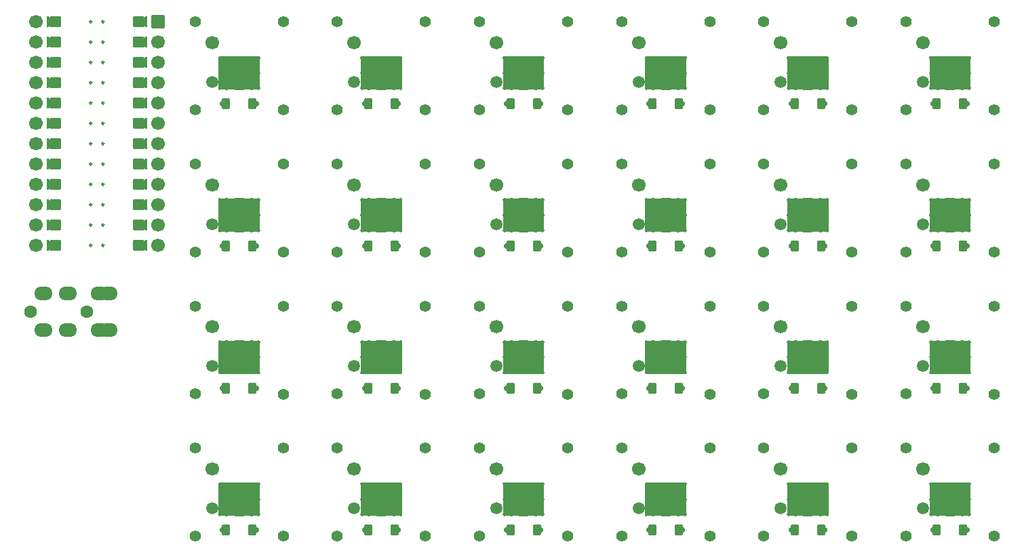
<source format=gbr>
%TF.GenerationSoftware,KiCad,Pcbnew,(6.0.10)*%
%TF.CreationDate,2023-01-29T20:47:48-05:00*%
%TF.ProjectId,shortstack,73686f72-7473-4746-9163-6b2e6b696361,v1.0.0*%
%TF.SameCoordinates,Original*%
%TF.FileFunction,Soldermask,Bot*%
%TF.FilePolarity,Negative*%
%FSLAX46Y46*%
G04 Gerber Fmt 4.6, Leading zero omitted, Abs format (unit mm)*
G04 Created by KiCad (PCBNEW (6.0.10)) date 2023-01-29 20:47:48*
%MOMM*%
%LPD*%
G01*
G04 APERTURE LIST*
G04 Aperture macros list*
%AMRoundRect*
0 Rectangle with rounded corners*
0 $1 Rounding radius*
0 $2 $3 $4 $5 $6 $7 $8 $9 X,Y pos of 4 corners*
0 Add a 4 corners polygon primitive as box body*
4,1,4,$2,$3,$4,$5,$6,$7,$8,$9,$2,$3,0*
0 Add four circle primitives for the rounded corners*
1,1,$1+$1,$2,$3*
1,1,$1+$1,$4,$5*
1,1,$1+$1,$6,$7*
1,1,$1+$1,$8,$9*
0 Add four rect primitives between the rounded corners*
20,1,$1+$1,$2,$3,$4,$5,0*
20,1,$1+$1,$4,$5,$6,$7,0*
20,1,$1+$1,$6,$7,$8,$9,0*
20,1,$1+$1,$8,$9,$2,$3,0*%
%AMFreePoly0*
4,1,14,0.635355,0.435355,0.650000,0.400000,0.650000,0.200000,0.635355,0.164645,0.035355,-0.435355,0.000000,-0.450000,-0.035355,-0.435355,-0.635355,0.164645,-0.650000,0.200000,-0.650000,0.400000,-0.635355,0.435355,-0.600000,0.450000,0.600000,0.450000,0.635355,0.435355,0.635355,0.435355,$1*%
%AMFreePoly1*
4,1,16,0.635355,1.035355,0.650000,1.000000,0.650000,-0.250000,0.635355,-0.285355,0.600000,-0.300000,-0.600000,-0.300000,-0.635355,-0.285355,-0.650000,-0.250000,-0.650000,1.000000,-0.635355,1.035355,-0.600000,1.050000,-0.564645,1.035355,0.000000,0.470710,0.564645,1.035355,0.600000,1.050000,0.635355,1.035355,0.635355,1.035355,$1*%
G04 Aperture macros list end*
%ADD10C,0.250000*%
%ADD11C,0.100000*%
%ADD12O,5.200000X0.400000*%
%ADD13O,2.100000X4.200000*%
%ADD14O,0.400000X4.200000*%
%ADD15C,1.400000*%
%ADD16O,5.200000X4.200000*%
%ADD17C,1.700000*%
%ADD18C,1.500000*%
%ADD19C,1.600000*%
%ADD20O,2.300000X1.700000*%
%ADD21FreePoly0,90.000000*%
%ADD22FreePoly0,270.000000*%
%ADD23RoundRect,0.050000X-0.800000X0.800000X-0.800000X-0.800000X0.800000X-0.800000X0.800000X0.800000X0*%
%ADD24FreePoly1,90.000000*%
%ADD25FreePoly1,270.000000*%
%ADD26C,0.700000*%
%ADD27RoundRect,0.050000X-0.450000X-0.600000X0.450000X-0.600000X0.450000X0.600000X-0.450000X0.600000X0*%
G04 APERTURE END LIST*
D10*
%TO.C,U1*%
X-18416965Y35924420D02*
G75*
G03*
X-18416965Y35924420I-125000J0D01*
G01*
X-18416965Y33384420D02*
G75*
G03*
X-18416965Y33384420I-125000J0D01*
G01*
X-16892965Y58784420D02*
G75*
G03*
X-16892965Y58784420I-125000J0D01*
G01*
X-18416965Y38464420D02*
G75*
G03*
X-18416965Y38464420I-125000J0D01*
G01*
X-16892965Y53704420D02*
G75*
G03*
X-16892965Y53704420I-125000J0D01*
G01*
X-18416965Y53704420D02*
G75*
G03*
X-18416965Y53704420I-125000J0D01*
G01*
X-16892965Y38464420D02*
G75*
G03*
X-16892965Y38464420I-125000J0D01*
G01*
X-16892965Y46084420D02*
G75*
G03*
X-16892965Y46084420I-125000J0D01*
G01*
X-16892965Y51164420D02*
G75*
G03*
X-16892965Y51164420I-125000J0D01*
G01*
X-18416965Y46084420D02*
G75*
G03*
X-18416965Y46084420I-125000J0D01*
G01*
X-16892965Y48624420D02*
G75*
G03*
X-16892965Y48624420I-125000J0D01*
G01*
X-18416965Y43544420D02*
G75*
G03*
X-18416965Y43544420I-125000J0D01*
G01*
X-18416965Y48624420D02*
G75*
G03*
X-18416965Y48624420I-125000J0D01*
G01*
X-18416965Y51164420D02*
G75*
G03*
X-18416965Y51164420I-125000J0D01*
G01*
X-16892965Y56244420D02*
G75*
G03*
X-16892965Y56244420I-125000J0D01*
G01*
X-18416965Y58784420D02*
G75*
G03*
X-18416965Y58784420I-125000J0D01*
G01*
X-16892965Y33384420D02*
G75*
G03*
X-16892965Y33384420I-125000J0D01*
G01*
X-18416965Y41004420D02*
G75*
G03*
X-18416965Y41004420I-125000J0D01*
G01*
X-16892965Y41004420D02*
G75*
G03*
X-16892965Y41004420I-125000J0D01*
G01*
X-18416965Y56244420D02*
G75*
G03*
X-18416965Y56244420I-125000J0D01*
G01*
X-16892965Y35924420D02*
G75*
G03*
X-16892965Y35924420I-125000J0D01*
G01*
X-18416965Y30844420D02*
G75*
G03*
X-18416965Y30844420I-125000J0D01*
G01*
X-16892965Y43544420D02*
G75*
G03*
X-16892965Y43544420I-125000J0D01*
G01*
X-16892965Y30844420D02*
G75*
G03*
X-16892965Y30844420I-125000J0D01*
G01*
G36*
X-11683965Y45576420D02*
G01*
X-12699965Y45576420D01*
X-12699965Y46592420D01*
X-11683965Y46592420D01*
X-11683965Y45576420D01*
G37*
D11*
X-11683965Y45576420D02*
X-12699965Y45576420D01*
X-12699965Y46592420D01*
X-11683965Y46592420D01*
X-11683965Y45576420D01*
G36*
X-22859965Y30336420D02*
G01*
X-23875965Y30336420D01*
X-23875965Y31352420D01*
X-22859965Y31352420D01*
X-22859965Y30336420D01*
G37*
X-22859965Y30336420D02*
X-23875965Y30336420D01*
X-23875965Y31352420D01*
X-22859965Y31352420D01*
X-22859965Y30336420D01*
G36*
X-22859965Y40496420D02*
G01*
X-23875965Y40496420D01*
X-23875965Y41512420D01*
X-22859965Y41512420D01*
X-22859965Y40496420D01*
G37*
X-22859965Y40496420D02*
X-23875965Y40496420D01*
X-23875965Y41512420D01*
X-22859965Y41512420D01*
X-22859965Y40496420D01*
G36*
X-22859965Y48116420D02*
G01*
X-23875965Y48116420D01*
X-23875965Y49132420D01*
X-22859965Y49132420D01*
X-22859965Y48116420D01*
G37*
X-22859965Y48116420D02*
X-23875965Y48116420D01*
X-23875965Y49132420D01*
X-22859965Y49132420D01*
X-22859965Y48116420D01*
G36*
X-11683965Y35416420D02*
G01*
X-12699965Y35416420D01*
X-12699965Y36432420D01*
X-11683965Y36432420D01*
X-11683965Y35416420D01*
G37*
X-11683965Y35416420D02*
X-12699965Y35416420D01*
X-12699965Y36432420D01*
X-11683965Y36432420D01*
X-11683965Y35416420D01*
G36*
X-11683965Y50656420D02*
G01*
X-12699965Y50656420D01*
X-12699965Y51672420D01*
X-11683965Y51672420D01*
X-11683965Y50656420D01*
G37*
X-11683965Y50656420D02*
X-12699965Y50656420D01*
X-12699965Y51672420D01*
X-11683965Y51672420D01*
X-11683965Y50656420D01*
G36*
X-11683965Y43036420D02*
G01*
X-12699965Y43036420D01*
X-12699965Y44052420D01*
X-11683965Y44052420D01*
X-11683965Y43036420D01*
G37*
X-11683965Y43036420D02*
X-12699965Y43036420D01*
X-12699965Y44052420D01*
X-11683965Y44052420D01*
X-11683965Y43036420D01*
G36*
X-11683965Y37956420D02*
G01*
X-12699965Y37956420D01*
X-12699965Y38972420D01*
X-11683965Y38972420D01*
X-11683965Y37956420D01*
G37*
X-11683965Y37956420D02*
X-12699965Y37956420D01*
X-12699965Y38972420D01*
X-11683965Y38972420D01*
X-11683965Y37956420D01*
G36*
X-11683965Y48116420D02*
G01*
X-12699965Y48116420D01*
X-12699965Y49132420D01*
X-11683965Y49132420D01*
X-11683965Y48116420D01*
G37*
X-11683965Y48116420D02*
X-12699965Y48116420D01*
X-12699965Y49132420D01*
X-11683965Y49132420D01*
X-11683965Y48116420D01*
G36*
X-22859965Y32876420D02*
G01*
X-23875965Y32876420D01*
X-23875965Y33892420D01*
X-22859965Y33892420D01*
X-22859965Y32876420D01*
G37*
X-22859965Y32876420D02*
X-23875965Y32876420D01*
X-23875965Y33892420D01*
X-22859965Y33892420D01*
X-22859965Y32876420D01*
G36*
X-11683965Y53196420D02*
G01*
X-12699965Y53196420D01*
X-12699965Y54212420D01*
X-11683965Y54212420D01*
X-11683965Y53196420D01*
G37*
X-11683965Y53196420D02*
X-12699965Y53196420D01*
X-12699965Y54212420D01*
X-11683965Y54212420D01*
X-11683965Y53196420D01*
G36*
X-11683965Y55736420D02*
G01*
X-12699965Y55736420D01*
X-12699965Y56752420D01*
X-11683965Y56752420D01*
X-11683965Y55736420D01*
G37*
X-11683965Y55736420D02*
X-12699965Y55736420D01*
X-12699965Y56752420D01*
X-11683965Y56752420D01*
X-11683965Y55736420D01*
G36*
X-11683965Y30336420D02*
G01*
X-12699965Y30336420D01*
X-12699965Y31352420D01*
X-11683965Y31352420D01*
X-11683965Y30336420D01*
G37*
X-11683965Y30336420D02*
X-12699965Y30336420D01*
X-12699965Y31352420D01*
X-11683965Y31352420D01*
X-11683965Y30336420D01*
G36*
X-22859965Y53196420D02*
G01*
X-23875965Y53196420D01*
X-23875965Y54212420D01*
X-22859965Y54212420D01*
X-22859965Y53196420D01*
G37*
X-22859965Y53196420D02*
X-23875965Y53196420D01*
X-23875965Y54212420D01*
X-22859965Y54212420D01*
X-22859965Y53196420D01*
G36*
X-22859965Y37956420D02*
G01*
X-23875965Y37956420D01*
X-23875965Y38972420D01*
X-22859965Y38972420D01*
X-22859965Y37956420D01*
G37*
X-22859965Y37956420D02*
X-23875965Y37956420D01*
X-23875965Y38972420D01*
X-22859965Y38972420D01*
X-22859965Y37956420D01*
G36*
X-22859965Y50656420D02*
G01*
X-23875965Y50656420D01*
X-23875965Y51672420D01*
X-22859965Y51672420D01*
X-22859965Y50656420D01*
G37*
X-22859965Y50656420D02*
X-23875965Y50656420D01*
X-23875965Y51672420D01*
X-22859965Y51672420D01*
X-22859965Y50656420D01*
G36*
X-22859965Y45576420D02*
G01*
X-23875965Y45576420D01*
X-23875965Y46592420D01*
X-22859965Y46592420D01*
X-22859965Y45576420D01*
G37*
X-22859965Y45576420D02*
X-23875965Y45576420D01*
X-23875965Y46592420D01*
X-22859965Y46592420D01*
X-22859965Y45576420D01*
G36*
X-11683965Y40496420D02*
G01*
X-12699965Y40496420D01*
X-12699965Y41512420D01*
X-11683965Y41512420D01*
X-11683965Y40496420D01*
G37*
X-11683965Y40496420D02*
X-12699965Y40496420D01*
X-12699965Y41512420D01*
X-11683965Y41512420D01*
X-11683965Y40496420D01*
G36*
X-22859965Y43036420D02*
G01*
X-23875965Y43036420D01*
X-23875965Y44052420D01*
X-22859965Y44052420D01*
X-22859965Y43036420D01*
G37*
X-22859965Y43036420D02*
X-23875965Y43036420D01*
X-23875965Y44052420D01*
X-22859965Y44052420D01*
X-22859965Y43036420D01*
G36*
X-22859965Y58276420D02*
G01*
X-23875965Y58276420D01*
X-23875965Y59292420D01*
X-22859965Y59292420D01*
X-22859965Y58276420D01*
G37*
X-22859965Y58276420D02*
X-23875965Y58276420D01*
X-23875965Y59292420D01*
X-22859965Y59292420D01*
X-22859965Y58276420D01*
G36*
X-22859965Y35416420D02*
G01*
X-23875965Y35416420D01*
X-23875965Y36432420D01*
X-22859965Y36432420D01*
X-22859965Y35416420D01*
G37*
X-22859965Y35416420D02*
X-23875965Y35416420D01*
X-23875965Y36432420D01*
X-22859965Y36432420D01*
X-22859965Y35416420D01*
G36*
X-11683965Y58276420D02*
G01*
X-12699965Y58276420D01*
X-12699965Y59292420D01*
X-11683965Y59292420D01*
X-11683965Y58276420D01*
G37*
X-11683965Y58276420D02*
X-12699965Y58276420D01*
X-12699965Y59292420D01*
X-11683965Y59292420D01*
X-11683965Y58276420D01*
G36*
X-11683965Y32876420D02*
G01*
X-12699965Y32876420D01*
X-12699965Y33892420D01*
X-11683965Y33892420D01*
X-11683965Y32876420D01*
G37*
X-11683965Y32876420D02*
X-12699965Y32876420D01*
X-12699965Y33892420D01*
X-11683965Y33892420D01*
X-11683965Y32876420D01*
G36*
X-22859965Y55736420D02*
G01*
X-23875965Y55736420D01*
X-23875965Y56752420D01*
X-22859965Y56752420D01*
X-22859965Y55736420D01*
G37*
X-22859965Y55736420D02*
X-23875965Y55736420D01*
X-23875965Y56752420D01*
X-22859965Y56752420D01*
X-22859965Y55736420D01*
%TD*%
D12*
%TO.C,SW9*%
X35500000Y999836D03*
D13*
X37050000Y-900164D03*
D14*
X37900000Y-900164D03*
X37900000Y-912500D03*
D12*
X35500000Y-2800164D03*
D14*
X33100000Y-912500D03*
D12*
X35500000Y-2812500D03*
D15*
X29999992Y5487664D03*
D13*
X37050000Y-912500D03*
D15*
X41000008Y5500000D03*
D16*
X35500000Y-900164D03*
D15*
X30000008Y-5500000D03*
D12*
X35500000Y987500D03*
D16*
X35500000Y-912500D03*
D13*
X33950000Y-900164D03*
D14*
X33100000Y-900164D03*
D13*
X33950000Y-912500D03*
D15*
X40999992Y-5512336D03*
D17*
X32099992Y2887664D03*
D18*
X32099992Y-2012336D03*
%TD*%
D14*
%TO.C,SW17*%
X68600000Y-912500D03*
D12*
X71000000Y987500D03*
D13*
X69450000Y-912500D03*
D15*
X65500008Y-5500000D03*
X76499992Y-5512336D03*
X76500008Y5500000D03*
D13*
X69450000Y-900164D03*
D14*
X73400000Y-912500D03*
D12*
X71000000Y-2800164D03*
X71000000Y999836D03*
D15*
X65499992Y5487664D03*
D16*
X71000000Y-900164D03*
D14*
X73400000Y-900164D03*
D13*
X72550000Y-900164D03*
D16*
X71000000Y-912500D03*
D12*
X71000000Y-2812500D03*
D13*
X72550000Y-912500D03*
D14*
X68600000Y-900164D03*
D17*
X67599992Y2887664D03*
D18*
X67599992Y-2012336D03*
%TD*%
D14*
%TO.C,SW24*%
X91150000Y52349836D03*
D13*
X90300000Y52337500D03*
D15*
X83250008Y47750000D03*
D12*
X88750000Y50437500D03*
D13*
X87200000Y52349836D03*
D16*
X88750000Y52337500D03*
D15*
X94250008Y58750000D03*
D12*
X88750000Y54237500D03*
D14*
X86350000Y52349836D03*
X91150000Y52337500D03*
D12*
X88750000Y54249836D03*
D16*
X88750000Y52349836D03*
D13*
X87200000Y52337500D03*
D15*
X83249992Y58737664D03*
X94249992Y47737664D03*
D14*
X86350000Y52337500D03*
D13*
X90300000Y52349836D03*
D12*
X88750000Y50449836D03*
D17*
X85349992Y56137664D03*
D18*
X85349992Y51237664D03*
%TD*%
D13*
%TO.C,SW3*%
X-1550000Y34587500D03*
D15*
X-5499992Y30000000D03*
X-5500008Y40987664D03*
D13*
X1550000Y34599836D03*
D14*
X2400000Y34587500D03*
D12*
X0Y36499836D03*
X0Y36487500D03*
D14*
X-2400000Y34599836D03*
D16*
X0Y34587500D03*
D12*
X0Y32699836D03*
D15*
X5500008Y41000000D03*
D13*
X-1550000Y34599836D03*
D16*
X0Y34599836D03*
D12*
X0Y32687500D03*
D15*
X5499992Y29987664D03*
D13*
X1550000Y34587500D03*
D14*
X2400000Y34599836D03*
X-2400000Y34587500D03*
D17*
X-3400008Y38387664D03*
D18*
X-3400008Y33487664D03*
%TD*%
D13*
%TO.C,SW4*%
X1550000Y52337500D03*
D15*
X-5499992Y47750000D03*
X5500008Y58750000D03*
D16*
X0Y52337500D03*
D12*
X0Y50449836D03*
D16*
X0Y52349836D03*
D12*
X0Y50437500D03*
X0Y54237500D03*
D13*
X1550000Y52349836D03*
D14*
X2400000Y52349836D03*
D15*
X5499992Y47737664D03*
D12*
X0Y54249836D03*
D13*
X-1550000Y52337500D03*
D14*
X-2400000Y52349836D03*
X-2400000Y52337500D03*
X2400000Y52337500D03*
D15*
X-5500008Y58737664D03*
D13*
X-1550000Y52349836D03*
D17*
X-3400008Y56137664D03*
D18*
X-3400008Y51237664D03*
%TD*%
D12*
%TO.C,SW21*%
X88750000Y999836D03*
D15*
X83249992Y5487664D03*
X83250008Y-5500000D03*
D13*
X90300000Y-912500D03*
D14*
X91150000Y-900164D03*
D15*
X94249992Y-5512336D03*
D16*
X88750000Y-912500D03*
D13*
X87200000Y-900164D03*
D12*
X88750000Y-2812500D03*
D16*
X88750000Y-900164D03*
D15*
X94250008Y5500000D03*
D12*
X88750000Y987500D03*
D13*
X90300000Y-900164D03*
X87200000Y-912500D03*
D14*
X91150000Y-912500D03*
X86350000Y-912500D03*
D12*
X88750000Y-2800164D03*
D14*
X86350000Y-900164D03*
D17*
X85349992Y2887664D03*
D18*
X85349992Y-2012336D03*
%TD*%
D14*
%TO.C,SW6*%
X20150000Y16837500D03*
D16*
X17750000Y16849836D03*
D12*
X17750000Y14937500D03*
D15*
X12249992Y23237664D03*
D14*
X20150000Y16849836D03*
D16*
X17750000Y16837500D03*
D15*
X23249992Y12237664D03*
D14*
X15350000Y16837500D03*
X15350000Y16849836D03*
D13*
X19300000Y16837500D03*
D12*
X17750000Y14949836D03*
D15*
X12250008Y12250000D03*
D12*
X17750000Y18749836D03*
X17750000Y18737500D03*
D15*
X23250008Y23250000D03*
D13*
X16200000Y16837500D03*
X19300000Y16849836D03*
X16200000Y16849836D03*
D17*
X14349992Y20637664D03*
D18*
X14349992Y15737664D03*
%TD*%
D19*
%TO.C,J1*%
X-19018891Y22530274D03*
X-26018891Y22530274D03*
D20*
X-16318891Y20230274D03*
X-16318891Y24830274D03*
X-17418891Y24830274D03*
X-17418891Y20230274D03*
X-21418891Y24830274D03*
X-21418891Y20230274D03*
X-24418891Y24830274D03*
X-24418891Y20230274D03*
%TD*%
D12*
%TO.C,SW16*%
X53250000Y54237500D03*
X53250000Y54249836D03*
D14*
X50850000Y52337500D03*
D13*
X51700000Y52349836D03*
D16*
X53250000Y52349836D03*
D12*
X53250000Y50449836D03*
D15*
X47749992Y58737664D03*
D13*
X54800000Y52337500D03*
D16*
X53250000Y52337500D03*
D13*
X54800000Y52349836D03*
D14*
X55650000Y52349836D03*
D15*
X47750008Y47750000D03*
D14*
X50850000Y52349836D03*
D13*
X51700000Y52337500D03*
D15*
X58750008Y58750000D03*
D12*
X53250000Y50437500D03*
D14*
X55650000Y52337500D03*
D15*
X58749992Y47737664D03*
D17*
X49849992Y56137664D03*
D18*
X49849992Y51237664D03*
%TD*%
D15*
%TO.C,SW19*%
X65499992Y40987664D03*
D12*
X71000000Y36499836D03*
D16*
X71000000Y34599836D03*
D15*
X65500008Y30000000D03*
D14*
X73400000Y34587500D03*
X73400000Y34599836D03*
D15*
X76500008Y41000000D03*
D13*
X72550000Y34587500D03*
D14*
X68600000Y34599836D03*
D15*
X76499992Y29987664D03*
D12*
X71000000Y36487500D03*
D16*
X71000000Y34587500D03*
D14*
X68600000Y34587500D03*
D12*
X71000000Y32699836D03*
D13*
X69450000Y34587500D03*
X72550000Y34599836D03*
X69450000Y34599836D03*
D12*
X71000000Y32687500D03*
D17*
X67599992Y38387664D03*
D18*
X67599992Y33487664D03*
%TD*%
D14*
%TO.C,SW20*%
X68600000Y52349836D03*
D12*
X71000000Y50449836D03*
D15*
X65500008Y47750000D03*
D12*
X71000000Y54249836D03*
D14*
X73400000Y52337500D03*
D13*
X69450000Y52337500D03*
D12*
X71000000Y50437500D03*
D15*
X76500008Y58750000D03*
X76499992Y47737664D03*
D13*
X72550000Y52349836D03*
D12*
X71000000Y54237500D03*
D16*
X71000000Y52349836D03*
D14*
X68600000Y52337500D03*
D15*
X65499992Y58737664D03*
D13*
X72550000Y52337500D03*
D16*
X71000000Y52337500D03*
D13*
X69450000Y52349836D03*
D14*
X73400000Y52349836D03*
D17*
X67599992Y56137664D03*
D18*
X67599992Y51237664D03*
%TD*%
D16*
%TO.C,SW11*%
X35500000Y34599836D03*
D12*
X35500000Y32687500D03*
X35500000Y36499836D03*
D13*
X37050000Y34587500D03*
D12*
X35500000Y32699836D03*
D14*
X33100000Y34587500D03*
D13*
X33950000Y34587500D03*
X37050000Y34599836D03*
D15*
X29999992Y40987664D03*
X30000008Y30000000D03*
D14*
X33100000Y34599836D03*
D15*
X41000008Y41000000D03*
D14*
X37900000Y34599836D03*
D12*
X35500000Y36487500D03*
D15*
X40999992Y29987664D03*
D13*
X33950000Y34599836D03*
D14*
X37900000Y34587500D03*
D16*
X35500000Y34587500D03*
D17*
X32099992Y38387664D03*
D18*
X32099992Y33487664D03*
%TD*%
D12*
%TO.C,SW18*%
X71000000Y18737500D03*
D13*
X72550000Y16849836D03*
D12*
X71000000Y18749836D03*
D14*
X73400000Y16837500D03*
X68600000Y16849836D03*
D13*
X69450000Y16837500D03*
D14*
X68600000Y16837500D03*
D16*
X71000000Y16837500D03*
D12*
X71000000Y14949836D03*
D13*
X72550000Y16837500D03*
D16*
X71000000Y16849836D03*
D15*
X76500008Y23250000D03*
X76499992Y12237664D03*
D14*
X73400000Y16849836D03*
D15*
X65499992Y23237664D03*
X65500008Y12250000D03*
D13*
X69450000Y16849836D03*
D12*
X71000000Y14937500D03*
D17*
X67599992Y20637664D03*
D18*
X67599992Y15737664D03*
%TD*%
D21*
%TO.C,U1*%
X-23621965Y43544420D03*
D17*
X-10159965Y53704420D03*
D22*
X-11937965Y46084420D03*
X-11937965Y30844420D03*
X-11937965Y56244420D03*
X-11937965Y53704420D03*
D21*
X-23621965Y35924420D03*
D17*
X-25399965Y53704420D03*
X-25399965Y30844420D03*
X-10159965Y58784420D03*
D21*
X-23621965Y41004420D03*
D17*
X-25399965Y51164420D03*
X-25399965Y43544420D03*
D22*
X-11937965Y35924420D03*
D17*
X-10159965Y48624420D03*
X-10159965Y56244420D03*
X-25399965Y46084420D03*
D21*
X-23621965Y46084420D03*
D22*
X-11937965Y33384420D03*
D21*
X-23621965Y33384420D03*
X-23621965Y56244420D03*
X-23621965Y30844420D03*
X-23621965Y51164420D03*
D17*
X-10159965Y30844420D03*
X-25399965Y38464420D03*
D21*
X-23621965Y58784420D03*
X-23621965Y53704420D03*
D23*
X-10159965Y58784420D03*
D17*
X-10159965Y43544420D03*
X-25399965Y56244420D03*
D22*
X-11937965Y48624420D03*
X-11937965Y38464420D03*
X-11937965Y43544420D03*
D17*
X-10159965Y35924420D03*
D22*
X-11937965Y41004420D03*
D17*
X-25399965Y33384420D03*
X-10159965Y51164420D03*
X-25399965Y48624420D03*
X-25399965Y35924420D03*
X-10159965Y33384420D03*
D22*
X-11937965Y58784420D03*
D21*
X-23621965Y38464420D03*
D17*
X-25399965Y41004420D03*
X-10159965Y41004420D03*
X-10159965Y38464420D03*
X-10159965Y46084420D03*
D22*
X-11937965Y51164420D03*
D21*
X-23621965Y48624420D03*
D17*
X-25399965Y58784420D03*
D24*
X-22605965Y58784420D03*
X-22605965Y56244420D03*
X-22605965Y53704420D03*
X-22605965Y51164420D03*
X-22605965Y48624420D03*
X-22605965Y46084420D03*
X-22605965Y43544420D03*
X-22605965Y41004420D03*
X-22605965Y38464420D03*
X-22605965Y35924420D03*
X-22605965Y33384420D03*
X-22605965Y30844420D03*
D25*
X-12953965Y30844420D03*
X-12953965Y33384420D03*
X-12953965Y35924420D03*
X-12953965Y38464420D03*
X-12953965Y41004420D03*
X-12953965Y43544420D03*
X-12953965Y46084420D03*
X-12953965Y48624420D03*
X-12953965Y51164420D03*
X-12953965Y53704420D03*
X-12953965Y56244420D03*
X-12953965Y58784420D03*
%TD*%
D15*
%TO.C,SW14*%
X47750008Y12250000D03*
D16*
X53250000Y16837500D03*
D14*
X55650000Y16837500D03*
D15*
X58750008Y23250000D03*
X47749992Y23237664D03*
D12*
X53250000Y18749836D03*
D14*
X55650000Y16849836D03*
D13*
X51700000Y16849836D03*
D12*
X53250000Y18737500D03*
D14*
X50850000Y16837500D03*
X50850000Y16849836D03*
D16*
X53250000Y16849836D03*
D12*
X53250000Y14949836D03*
D13*
X51700000Y16837500D03*
X54800000Y16849836D03*
X54800000Y16837500D03*
D12*
X53250000Y14937500D03*
D15*
X58749992Y12237664D03*
D17*
X49849992Y20637664D03*
D18*
X49849992Y15737664D03*
%TD*%
D14*
%TO.C,SW10*%
X33100000Y16837500D03*
D12*
X35500000Y18737500D03*
D15*
X41000008Y23250000D03*
X29999992Y23237664D03*
X30000008Y12250000D03*
D13*
X37050000Y16849836D03*
X33950000Y16837500D03*
D14*
X37900000Y16837500D03*
D13*
X33950000Y16849836D03*
D15*
X40999992Y12237664D03*
D14*
X33100000Y16849836D03*
D12*
X35500000Y18749836D03*
D16*
X35500000Y16849836D03*
D13*
X37050000Y16837500D03*
D12*
X35500000Y14949836D03*
X35500000Y14937500D03*
D16*
X35500000Y16837500D03*
D14*
X37900000Y16849836D03*
D17*
X32099992Y20637664D03*
D18*
X32099992Y15737664D03*
%TD*%
D14*
%TO.C,SW22*%
X86350000Y16849836D03*
D12*
X88750000Y18749836D03*
D15*
X94249992Y12237664D03*
D16*
X88750000Y16837500D03*
D15*
X94250008Y23250000D03*
D14*
X91150000Y16837500D03*
D15*
X83249992Y23237664D03*
D13*
X87200000Y16849836D03*
D14*
X86350000Y16837500D03*
D13*
X87200000Y16837500D03*
D12*
X88750000Y14937500D03*
D15*
X83250008Y12250000D03*
D12*
X88750000Y18737500D03*
D14*
X91150000Y16849836D03*
D13*
X90300000Y16849836D03*
D16*
X88750000Y16849836D03*
D12*
X88750000Y14949836D03*
D13*
X90300000Y16837500D03*
D17*
X85349992Y20637664D03*
D18*
X85349992Y15737664D03*
%TD*%
D13*
%TO.C,SW13*%
X51700000Y-900164D03*
D15*
X58749992Y-5512336D03*
D14*
X50850000Y-900164D03*
D12*
X53250000Y-2800164D03*
D15*
X47749992Y5487664D03*
D14*
X55650000Y-912500D03*
X50850000Y-912500D03*
D15*
X58750008Y5500000D03*
D12*
X53250000Y-2812500D03*
D15*
X47750008Y-5500000D03*
D14*
X55650000Y-900164D03*
D16*
X53250000Y-912500D03*
X53250000Y-900164D03*
D13*
X51700000Y-912500D03*
D12*
X53250000Y999836D03*
D13*
X54800000Y-900164D03*
D12*
X53250000Y987500D03*
D13*
X54800000Y-912500D03*
D17*
X49849992Y2887664D03*
D18*
X49849992Y-2012336D03*
%TD*%
D13*
%TO.C,SW12*%
X37050000Y52337500D03*
D15*
X30000008Y47750000D03*
D12*
X35500000Y54237500D03*
D15*
X41000008Y58750000D03*
X40999992Y47737664D03*
D13*
X33950000Y52349836D03*
D12*
X35500000Y54249836D03*
D13*
X33950000Y52337500D03*
D16*
X35500000Y52337500D03*
X35500000Y52349836D03*
D13*
X37050000Y52349836D03*
D12*
X35500000Y50437500D03*
D14*
X33100000Y52349836D03*
X37900000Y52337500D03*
X37900000Y52349836D03*
D12*
X35500000Y50449836D03*
D15*
X29999992Y58737664D03*
D14*
X33100000Y52337500D03*
D17*
X32099992Y56137664D03*
D18*
X32099992Y51237664D03*
%TD*%
D12*
%TO.C,SW15*%
X53250000Y32687500D03*
X53250000Y36487500D03*
D13*
X51700000Y34599836D03*
D14*
X55650000Y34599836D03*
D16*
X53250000Y34599836D03*
D14*
X50850000Y34587500D03*
X55650000Y34587500D03*
D15*
X47750008Y30000000D03*
D12*
X53250000Y36499836D03*
D13*
X51700000Y34587500D03*
X54800000Y34599836D03*
X54800000Y34587500D03*
D15*
X47749992Y40987664D03*
X58750008Y41000000D03*
D12*
X53250000Y32699836D03*
D16*
X53250000Y34587500D03*
D14*
X50850000Y34599836D03*
D15*
X58749992Y29987664D03*
D17*
X49849992Y38387664D03*
D18*
X49849992Y33487664D03*
%TD*%
D12*
%TO.C,SW8*%
X17750000Y54237500D03*
X17750000Y54249836D03*
D15*
X12249992Y58737664D03*
D13*
X16200000Y52337500D03*
X19300000Y52337500D03*
D15*
X23250008Y58750000D03*
D13*
X19300000Y52349836D03*
D16*
X17750000Y52337500D03*
D12*
X17750000Y50449836D03*
D14*
X20150000Y52337500D03*
D12*
X17750000Y50437500D03*
D15*
X12250008Y47750000D03*
D14*
X15350000Y52337500D03*
D15*
X23249992Y47737664D03*
D14*
X20150000Y52349836D03*
X15350000Y52349836D03*
D16*
X17750000Y52349836D03*
D13*
X16200000Y52349836D03*
D17*
X14349992Y56137664D03*
D18*
X14349992Y51237664D03*
%TD*%
D16*
%TO.C,SW1*%
X0Y-900164D03*
D13*
X1550000Y-900164D03*
X-1550000Y-912500D03*
D15*
X-5500008Y5487664D03*
D14*
X-2400000Y-900164D03*
D12*
X0Y999836D03*
D14*
X2400000Y-900164D03*
X2400000Y-912500D03*
D12*
X0Y987500D03*
X0Y-2800164D03*
D14*
X-2400000Y-912500D03*
D13*
X1550000Y-912500D03*
D12*
X0Y-2812500D03*
D15*
X5499992Y-5512336D03*
D16*
X0Y-912500D03*
D13*
X-1550000Y-900164D03*
D15*
X5500008Y5500000D03*
X-5499992Y-5500000D03*
D17*
X-3400008Y2887664D03*
D18*
X-3400008Y-2012336D03*
%TD*%
D15*
%TO.C,SW7*%
X23250008Y41000000D03*
D14*
X20150000Y34587500D03*
X20150000Y34599836D03*
D15*
X23249992Y29987664D03*
D13*
X19300000Y34587500D03*
D15*
X12249992Y40987664D03*
D13*
X16200000Y34587500D03*
X16200000Y34599836D03*
D15*
X12250008Y30000000D03*
D14*
X15350000Y34587500D03*
X15350000Y34599836D03*
D12*
X17750000Y36499836D03*
D16*
X17750000Y34587500D03*
D13*
X19300000Y34599836D03*
D16*
X17750000Y34599836D03*
D12*
X17750000Y32687500D03*
X17750000Y36487500D03*
X17750000Y32699836D03*
D17*
X14349992Y38387664D03*
D18*
X14349992Y33487664D03*
%TD*%
D14*
%TO.C,SW5*%
X20150000Y-900164D03*
X20150000Y-912500D03*
D12*
X17750000Y987500D03*
D15*
X12249992Y5487664D03*
D12*
X17750000Y-2812500D03*
X17750000Y-2800164D03*
D15*
X23249992Y-5512336D03*
D14*
X15350000Y-900164D03*
D16*
X17750000Y-912500D03*
D13*
X16200000Y-900164D03*
D14*
X15350000Y-912500D03*
D15*
X23250008Y5500000D03*
D13*
X19300000Y-900164D03*
X16200000Y-912500D03*
D15*
X12250008Y-5500000D03*
D12*
X17750000Y999836D03*
D13*
X19300000Y-912500D03*
D16*
X17750000Y-900164D03*
D17*
X14349992Y2887664D03*
D18*
X14349992Y-2012336D03*
%TD*%
D15*
%TO.C,SW23*%
X94250008Y41000000D03*
D13*
X90300000Y34599836D03*
D16*
X88750000Y34599836D03*
D13*
X87200000Y34599836D03*
X90300000Y34587500D03*
D14*
X86350000Y34599836D03*
D12*
X88750000Y32687500D03*
D14*
X91150000Y34599836D03*
D15*
X83249992Y40987664D03*
D12*
X88750000Y36487500D03*
X88750000Y36499836D03*
D14*
X86350000Y34587500D03*
X91150000Y34587500D03*
D16*
X88750000Y34587500D03*
D13*
X87200000Y34587500D03*
D15*
X83250008Y30000000D03*
X94249992Y29987664D03*
D12*
X88750000Y32699836D03*
D17*
X85349992Y38387664D03*
D18*
X85349992Y33487664D03*
%TD*%
D13*
%TO.C,SW2*%
X1550000Y16837500D03*
D15*
X-5499992Y12250000D03*
X-5500008Y23237664D03*
D12*
X0Y18749836D03*
D14*
X2400000Y16849836D03*
D12*
X0Y14949836D03*
D14*
X-2400000Y16837500D03*
D12*
X0Y14937500D03*
D14*
X-2400000Y16849836D03*
X2400000Y16837500D03*
D16*
X0Y16849836D03*
X0Y16837500D03*
D15*
X5500008Y23250000D03*
X5499992Y12237664D03*
D13*
X-1550000Y16837500D03*
X1550000Y16849836D03*
D12*
X0Y18737500D03*
D13*
X-1550000Y16849836D03*
D17*
X-3400008Y20637664D03*
D18*
X-3400008Y15737664D03*
%TD*%
D26*
%TO.C,D2*%
X-2100000Y13000000D03*
D27*
X-1650000Y13000000D03*
D26*
X2100000Y13000000D03*
D27*
X1650000Y13000000D03*
%TD*%
D26*
%TO.C,D20*%
X68900000Y48500000D03*
D27*
X69350000Y48500000D03*
D26*
X73100000Y48500000D03*
D27*
X72650000Y48500000D03*
%TD*%
D26*
%TO.C,D6*%
X15650000Y13000000D03*
D27*
X16100000Y13000000D03*
X19400000Y13000000D03*
D26*
X19850000Y13000000D03*
%TD*%
D27*
%TO.C,D7*%
X16100000Y30750000D03*
D26*
X15650000Y30750000D03*
X19850000Y30750000D03*
D27*
X19400000Y30750000D03*
%TD*%
D26*
%TO.C,D4*%
X-2100000Y48500000D03*
D27*
X-1650000Y48500000D03*
D26*
X2100000Y48500000D03*
D27*
X1650000Y48500000D03*
%TD*%
D26*
%TO.C,D14*%
X51150000Y13000000D03*
D27*
X51600000Y13000000D03*
X54900000Y13000000D03*
D26*
X55350000Y13000000D03*
%TD*%
D27*
%TO.C,D10*%
X33850000Y13000000D03*
D26*
X33400000Y13000000D03*
D27*
X37150000Y13000000D03*
D26*
X37600000Y13000000D03*
%TD*%
D27*
%TO.C,D1*%
X-1650000Y-4750000D03*
D26*
X-2100000Y-4750000D03*
X2100000Y-4750000D03*
D27*
X1650000Y-4750000D03*
%TD*%
%TO.C,D15*%
X51600000Y30750000D03*
D26*
X51150000Y30750000D03*
X55350000Y30750000D03*
D27*
X54900000Y30750000D03*
%TD*%
D26*
%TO.C,D17*%
X68900000Y-4750000D03*
D27*
X69350000Y-4750000D03*
X72650000Y-4750000D03*
D26*
X73100000Y-4750000D03*
%TD*%
D27*
%TO.C,D13*%
X51600000Y-4750000D03*
D26*
X51150000Y-4750000D03*
D27*
X54900000Y-4750000D03*
D26*
X55350000Y-4750000D03*
%TD*%
D27*
%TO.C,D11*%
X33850000Y30750000D03*
D26*
X33400000Y30750000D03*
X37600000Y30750000D03*
D27*
X37150000Y30750000D03*
%TD*%
D26*
%TO.C,D23*%
X86650000Y30750000D03*
D27*
X87100000Y30750000D03*
X90400000Y30750000D03*
D26*
X90850000Y30750000D03*
%TD*%
%TO.C,D16*%
X51150000Y48500000D03*
D27*
X51600000Y48500000D03*
D26*
X55350000Y48500000D03*
D27*
X54900000Y48500000D03*
%TD*%
%TO.C,D3*%
X-1650000Y30750000D03*
D26*
X-2100000Y30750000D03*
X2100000Y30750000D03*
D27*
X1650000Y30750000D03*
%TD*%
D26*
%TO.C,D12*%
X33400000Y48500000D03*
D27*
X33850000Y48500000D03*
X37150000Y48500000D03*
D26*
X37600000Y48500000D03*
%TD*%
D27*
%TO.C,D5*%
X16100000Y-4750000D03*
D26*
X15650000Y-4750000D03*
D27*
X19400000Y-4750000D03*
D26*
X19850000Y-4750000D03*
%TD*%
D27*
%TO.C,D21*%
X87100000Y-4750000D03*
D26*
X86650000Y-4750000D03*
D27*
X90400000Y-4750000D03*
D26*
X90850000Y-4750000D03*
%TD*%
D27*
%TO.C,D18*%
X69350000Y13000000D03*
D26*
X68900000Y13000000D03*
D27*
X72650000Y13000000D03*
D26*
X73100000Y13000000D03*
%TD*%
%TO.C,D19*%
X68900000Y30750000D03*
D27*
X69350000Y30750000D03*
X72650000Y30750000D03*
D26*
X73100000Y30750000D03*
%TD*%
%TO.C,D22*%
X86650000Y13000000D03*
D27*
X87100000Y13000000D03*
X90400000Y13000000D03*
D26*
X90850000Y13000000D03*
%TD*%
%TO.C,D9*%
X33400000Y-4750000D03*
D27*
X33850000Y-4750000D03*
X37150000Y-4750000D03*
D26*
X37600000Y-4750000D03*
%TD*%
D27*
%TO.C,D8*%
X16100000Y48500000D03*
D26*
X15650000Y48500000D03*
D27*
X19400000Y48500000D03*
D26*
X19850000Y48500000D03*
%TD*%
%TO.C,D24*%
X86650000Y48500000D03*
D27*
X87100000Y48500000D03*
D26*
X90850000Y48500000D03*
D27*
X90400000Y48500000D03*
%TD*%
M02*

</source>
